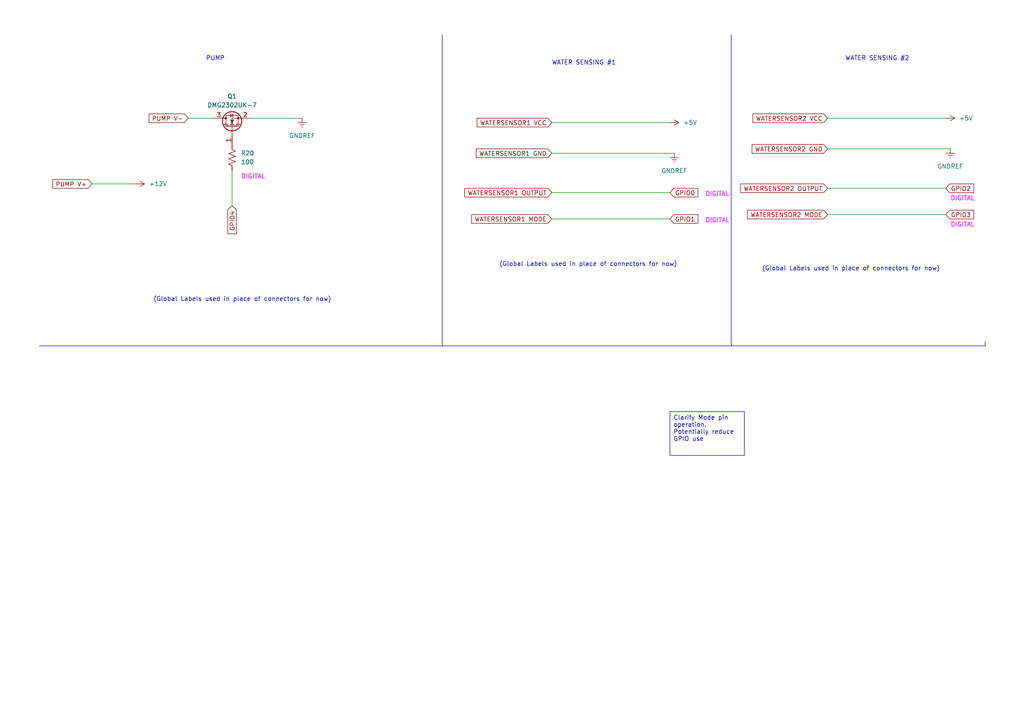
<source format=kicad_sch>
(kicad_sch (version 20230121) (generator eeschema)
  (paper "A4")
  (lib_symbols
    (symbol "Device:R_US" (pin_numbers hide) (pin_names (offset 0))
      (property "Reference" "R" (at 2.54 0 90))
      (property "Value" "R_US" (at -2.54 0 90))
      (symbol "R_US_0_1"
        (polyline (pts (xy 0 -2.286) (xy 0 -2.54)))
        (polyline (pts (xy 0 2.286) (xy 0 2.54)))
        (polyline (pts (xy 0 -0.762) (xy 1.016 -1.143) (xy 0 -1.524) (xy -1.016 -1.905) (xy 0 -2.286)))
        (polyline (pts (xy 0 0.762) (xy 1.016 0.381) (xy 0 0) (xy -1.016 -0.381) (xy 0 -0.762)))
        (polyline (pts (xy 0 2.286) (xy 1.016 1.905) (xy 0 1.524) (xy -1.016 1.143) (xy 0 0.762)))
      )
      (symbol "R_US_1_1"
        (pin passive line (at 0 3.81 270) (length 1.27) (name "~") (number "1"))
        (pin passive line (at 0 -3.81 90) (length 1.27) (name "~") (number "2"))
      )
    )
    (symbol "Transistor_FET:DMG2302U" (pin_names hide)
      (property "Reference" "Q" (at 5.08 1.905 0))
      (property "Value" "DMG2302U" (at 5.08 0 0))
      (symbol "DMG2302U_0_1"
        (polyline (pts (xy 0.254 0) (xy -2.54 0)))
        (polyline (pts (xy 0.254 1.905) (xy 0.254 -1.905)) (stroke (width 0.254)))
        (polyline (pts (xy 0.762 -1.27) (xy 0.762 -2.286)) (stroke (width 0.254)))
        (polyline (pts (xy 0.762 0.508) (xy 0.762 -0.508)) (stroke (width 0.254)))
        (polyline (pts (xy 0.762 2.286) (xy 0.762 1.27)) (stroke (width 0.254)))
        (polyline (pts (xy 2.54 2.54) (xy 2.54 1.778)))
        (polyline (pts (xy 2.54 -2.54) (xy 2.54 0) (xy 0.762 0)))
        (polyline (pts (xy 0.762 -1.778) (xy 3.302 -1.778) (xy 3.302 1.778) (xy 0.762 1.778)))
        (polyline (pts (xy 1.016 0) (xy 2.032 0.381) (xy 2.032 -0.381) (xy 1.016 0)) (fill (type outline)))
        (polyline (pts (xy 2.794 0.508) (xy 2.921 0.381) (xy 3.683 0.381) (xy 3.81 0.254)))
        (polyline (pts (xy 3.302 0.381) (xy 2.921 -0.254) (xy 3.683 -0.254) (xy 3.302 0.381)))
        (circle (center 1.651 0) (radius 2.794) (stroke (width 0.254)))
        (circle (center 2.54 -1.778) (radius 0.254) (fill (type outline)))
        (circle (center 2.54 1.778) (radius 0.254) (fill (type outline)))
      )
      (symbol "DMG2302U_1_1"
        (pin input line (at -5.08 0 0) (length 2.54) (name "G") (number "1"))
        (pin passive line (at 2.54 -5.08 90) (length 2.54) (name "S") (number "2"))
        (pin passive line (at 2.54 5.08 270) (length 2.54) (name "D") (number "3"))
      )
    )
    (symbol "power:+12V" (power) (pin_names (offset 0))
      (property "Value" "+12V" (at 0 3.556 0))
      (symbol "+12V_0_1"
        (polyline (pts (xy -0.762 1.27) (xy 0 2.54)))
        (polyline (pts (xy 0 0) (xy 0 2.54)))
        (polyline (pts (xy 0 2.54) (xy 0.762 1.27)))
      )
      (symbol "+12V_1_1"
        (pin power_in line (at 0 0 90) (length 0) hide (name "+12V") (number "1"))
      )
    )
    (symbol "power:+5V" (power) (pin_names (offset 0))
      (property "Value" "+5V" (at 0 3.556 0))
      (symbol "+5V_0_1"
        (polyline (pts (xy -0.762 1.27) (xy 0 2.54)))
        (polyline (pts (xy 0 0) (xy 0 2.54)))
        (polyline (pts (xy 0 2.54) (xy 0.762 1.27)))
      )
      (symbol "+5V_1_1"
        (pin power_in line (at 0 0 90) (length 0) hide (name "+5V") (number "1"))
      )
    )
    (symbol "power:GNDREF" (power) (pin_names (offset 0))
      (property "Value" "GNDREF" (at 0 -3.81 0))
      (symbol "GNDREF_0_1"
        (polyline (pts (xy -0.635 -1.905) (xy 0.635 -1.905)))
        (polyline (pts (xy -0.127 -2.54) (xy 0.127 -2.54)))
        (polyline (pts (xy 0 -1.27) (xy 0 0)))
        (polyline (pts (xy 1.27 -1.27) (xy -1.27 -1.27)))
      )
      (symbol "GNDREF_1_1"
        (pin power_in line (at 0 0 270) (length 0) hide (name "GNDREF") (number "1"))
      )
    )
  )
  (wire (pts (xy 240.03 54.61) (xy 274.32 54.61)))
  (polyline (pts (xy 212.09 10.16) (xy 212.09 100.33)))
  (wire (pts (xy 240.03 62.23) (xy 274.32 62.23)))
  (polyline (pts (xy 285.75 99.06) (xy 285.75 100.33)))
  (wire (pts (xy 67.31 49.53) (xy 67.31 59.69)))
  (wire (pts (xy 26.67 53.34) (xy 39.37 53.34)))
  (wire (pts (xy 160.02 35.56) (xy 194.31 35.56)))
  (polyline (pts (xy 11.43 100.33) (xy 285.75 100.33)))
  (wire (pts (xy 160.02 63.5) (xy 194.31 63.5)))
  (wire (pts (xy 54.61 34.29) (xy 62.23 34.29)))
  (wire (pts (xy 240.03 43.18) (xy 275.59 43.18)))
  (polyline (pts (xy 128.27 10.16) (xy 128.27 100.33)))
  (wire (pts (xy 240.03 34.29) (xy 274.32 34.29)))
  (wire (pts (xy 160.02 44.45) (xy 195.58 44.45)))
  (wire (pts (xy 160.02 55.88) (xy 194.31 55.88)))
  (wire (pts (xy 72.39 34.29) (xy 87.63 34.29)))
  (text_box "Clarify Mode pin operation. Potentially reduce GPIO use" (at 194.31 119.38 0) (size 21.59 12.7) (effects (font (size 1.27 1.27)) (justify left top)))
  (text "DIGITAL" (at 275.59 66.04 0) (effects (font (size 1.27 1.27) bold) (justify left bottom)))
  (text "PUMP" (at 59.69 17.78 0) (effects (font (size 1.27 1.27)) (justify left bottom)))
  (text "(Global Labels used in place of connectors for now)" (at 44.45 87.63 0) (effects (font (size 1.27 1.27)) (justify left bottom)))
  (text "(Global Labels used in place of connectors for now)" (at 220.98 78.74 0) (effects (font (size 1.27 1.27)) (justify left bottom)))
  (text "WATER SENSING #1" (at 160.02 19.05 0) (effects (font (size 1.27 1.27)) (justify left bottom)))
  (text "DIGITAL" (at 204.47 57.15 0) (effects (font (size 1.27 1.27) bold) (justify left bottom)))
  (text "DIGITAL" (at 204.47 64.77 0) (effects (font (size 1.27 1.27) bold) (justify left bottom)))
  (text "DIGITAL" (at 69.85 52.07 0) (effects (font (size 1.27 1.27) bold) (justify left bottom)))
  (text "WATER SENSING #2" (at 245.11 17.78 0) (effects (font (size 1.27 1.27)) (justify left bottom)))
  (text "DIGITAL" (at 275.59 58.42 0) (effects (font (size 1.27 1.27) bold) (justify left bottom)))
  (text "(Global Labels used in place of connectors for now)" (at 144.78 77.47 0) (effects (font (size 1.27 1.27)) (justify left bottom)))
  (global_label "WATERSENSOR1 MODE" (shape input) (at 160.02 63.5 180) (property "Intersheetrefs" "${INTERSHEET_REFS}" (effects hide)))
  (global_label "WATERSENSOR2 MODE" (shape input) (at 240.03 62.23 180) (property "Intersheetrefs" "${INTERSHEET_REFS}" (effects hide)))
  (global_label "GPIO0" (shape input) (at 194.31 55.88 0) (property "Intersheetrefs" "${INTERSHEET_REFS}" (effects hide)))
  (global_label "WATERSENSOR1 GND" (shape input) (at 160.02 44.45 180) (property "Intersheetrefs" "${INTERSHEET_REFS}" (effects hide)))
  (global_label "PUMP V-" (shape input) (at 54.61 34.29 180) (property "Intersheetrefs" "${INTERSHEET_REFS}" (effects hide)))
  (global_label "GPIO3" (shape input) (at 274.32 62.23 0) (property "Intersheetrefs" "${INTERSHEET_REFS}" (effects hide)))
  (global_label "GPIO1" (shape input) (at 194.31 63.5 0) (property "Intersheetrefs" "${INTERSHEET_REFS}" (effects hide)))
  (global_label "WATERSENSOR2 OUTPUT" (shape input) (at 240.03 54.61 180) (property "Intersheetrefs" "${INTERSHEET_REFS}" (effects hide)))
  (global_label "PUMP V+" (shape input) (at 26.67 53.34 180) (property "Intersheetrefs" "${INTERSHEET_REFS}" (effects hide)))
  (global_label "WATERSENSOR1 VCC" (shape input) (at 160.02 35.56 180) (property "Intersheetrefs" "${INTERSHEET_REFS}" (effects hide)))
  (global_label "WATERSENSOR1 OUTPUT" (shape input) (at 160.02 55.88 180) (property "Intersheetrefs" "${INTERSHEET_REFS}" (effects hide)))
  (global_label "GPIO2" (shape input) (at 274.32 54.61 0) (property "Intersheetrefs" "${INTERSHEET_REFS}" (effects hide)))
  (global_label "GPIO4" (shape input) (at 67.31 59.69 270) (property "Intersheetrefs" "${INTERSHEET_REFS}" (effects hide)))
  (global_label "WATERSENSOR2 GND" (shape input) (at 240.03 43.18 180) (property "Intersheetrefs" "${INTERSHEET_REFS}" (effects hide)))
  (global_label "WATERSENSOR2 VCC" (shape input) (at 240.03 34.29 180) (property "Intersheetrefs" "${INTERSHEET_REFS}" (effects hide)))
  (symbol (lib_id "Transistor_FET:DMG2302U") (at 67.31 36.83 90) (unit 1)
    (property "Reference" "Q1" (at 67.31 27.94 90))
    (property "Value" "DMG2302UK-7" (at 67.31 30.48 90))
    (property "Footprint" "Package_TO_SOT_SMD:SOT-23" (effects hide))
    (property "Datasheet" "http://www.diodes.com/assets/Datasheets/DMG2302U.pdf" (effects hide))
  )
  (symbol (lib_id "power:GNDREF") (at 275.59 43.18 0) (unit 1)
    (property "Reference" "#PWR056" (effects hide))
    (property "Value" "GNDREF" (at 275.59 48.26 0))
  )
  (symbol (lib_id "power:+5V") (at 194.31 35.56 270) (unit 1)
    (property "Reference" "#PWR053" (effects hide))
    (property "Value" "+5V" (at 198.12 35.56 90) (effects (justify left)))
  )
  (symbol (lib_id "power:GNDREF") (at 87.63 34.29 0) (unit 1)
    (property "Reference" "#PWR057" (effects hide))
    (property "Value" "GNDREF" (at 87.63 39.37 0))
  )
  (symbol (lib_id "power:GNDREF") (at 195.58 44.45 0) (unit 1)
    (property "Reference" "#PWR054" (effects hide))
    (property "Value" "GNDREF" (at 195.58 49.53 0))
  )
  (symbol (lib_id "power:+12V") (at 39.37 53.34 270) (unit 1)
    (property "Reference" "#PWR065" (effects hide))
    (property "Value" "+12V" (at 43.18 53.34 90) (effects (justify left)))
  )
  (symbol (lib_id "power:+5V") (at 274.32 34.29 270) (unit 1)
    (property "Reference" "#PWR055" (effects hide))
    (property "Value" "+5V" (at 278.13 34.29 90) (effects (justify left)))
  )
  (symbol (lib_id "Device:R_US") (at 67.31 45.72 0) (unit 1)
    (property "Reference" "R20" (at 69.85 44.45 0) (effects (justify left)))
    (property "Value" "100" (at 69.85 46.99 0) (effects (justify left)))
  )
)
</source>
